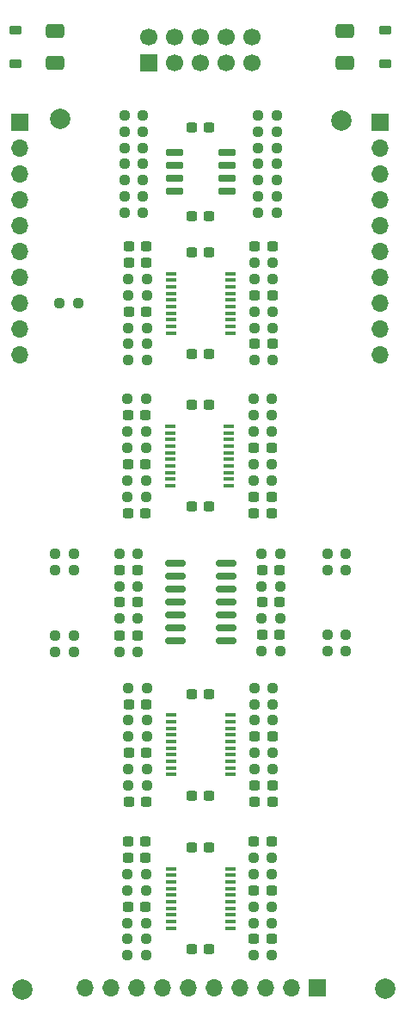
<source format=gbr>
%TF.GenerationSoftware,KiCad,Pcbnew,7.0.6*%
%TF.CreationDate,2023-07-24T12:21:57+01:00*%
%TF.ProjectId,Hypersoniq_Components,48797065-7273-46f6-9e69-715f436f6d70,rev?*%
%TF.SameCoordinates,Original*%
%TF.FileFunction,Soldermask,Top*%
%TF.FilePolarity,Negative*%
%FSLAX46Y46*%
G04 Gerber Fmt 4.6, Leading zero omitted, Abs format (unit mm)*
G04 Created by KiCad (PCBNEW 7.0.6) date 2023-07-24 12:21:57*
%MOMM*%
%LPD*%
G01*
G04 APERTURE LIST*
G04 Aperture macros list*
%AMRoundRect*
0 Rectangle with rounded corners*
0 $1 Rounding radius*
0 $2 $3 $4 $5 $6 $7 $8 $9 X,Y pos of 4 corners*
0 Add a 4 corners polygon primitive as box body*
4,1,4,$2,$3,$4,$5,$6,$7,$8,$9,$2,$3,0*
0 Add four circle primitives for the rounded corners*
1,1,$1+$1,$2,$3*
1,1,$1+$1,$4,$5*
1,1,$1+$1,$6,$7*
1,1,$1+$1,$8,$9*
0 Add four rect primitives between the rounded corners*
20,1,$1+$1,$2,$3,$4,$5,0*
20,1,$1+$1,$4,$5,$6,$7,0*
20,1,$1+$1,$6,$7,$8,$9,0*
20,1,$1+$1,$8,$9,$2,$3,0*%
G04 Aperture macros list end*
%ADD10RoundRect,0.250000X0.650000X-0.412500X0.650000X0.412500X-0.650000X0.412500X-0.650000X-0.412500X0*%
%ADD11RoundRect,0.237500X0.300000X0.237500X-0.300000X0.237500X-0.300000X-0.237500X0.300000X-0.237500X0*%
%ADD12RoundRect,0.237500X-0.250000X-0.237500X0.250000X-0.237500X0.250000X0.237500X-0.250000X0.237500X0*%
%ADD13RoundRect,0.237500X0.250000X0.237500X-0.250000X0.237500X-0.250000X-0.237500X0.250000X-0.237500X0*%
%ADD14R,1.000000X0.400000*%
%ADD15RoundRect,0.225000X0.375000X-0.225000X0.375000X0.225000X-0.375000X0.225000X-0.375000X-0.225000X0*%
%ADD16RoundRect,0.237500X-0.300000X-0.237500X0.300000X-0.237500X0.300000X0.237500X-0.300000X0.237500X0*%
%ADD17R,1.700000X1.700000*%
%ADD18C,1.700000*%
%ADD19C,2.000000*%
%ADD20RoundRect,0.150000X-0.825000X-0.150000X0.825000X-0.150000X0.825000X0.150000X-0.825000X0.150000X0*%
%ADD21RoundRect,0.225000X-0.375000X0.225000X-0.375000X-0.225000X0.375000X-0.225000X0.375000X0.225000X0*%
%ADD22RoundRect,0.150000X0.725000X0.150000X-0.725000X0.150000X-0.725000X-0.150000X0.725000X-0.150000X0*%
%ADD23O,1.700000X1.700000*%
G04 APERTURE END LIST*
D10*
%TO.C,C2*%
X55900000Y-56962500D03*
X55900000Y-53837500D03*
%TD*%
%TO.C,C1*%
X84400000Y-56962500D03*
X84400000Y-53837500D03*
%TD*%
D11*
%TO.C,C11*%
X71062500Y-85600000D03*
X69337500Y-85600000D03*
%TD*%
D12*
%TO.C,R1*%
X56287500Y-80600000D03*
X58112500Y-80600000D03*
%TD*%
D13*
%TO.C,R51*%
X64812500Y-136700000D03*
X62987500Y-136700000D03*
%TD*%
D14*
%TO.C,U2*%
X67300000Y-77675000D03*
X67300000Y-78325000D03*
X67300000Y-78975000D03*
X67300000Y-79625000D03*
X67300000Y-80275000D03*
X67300000Y-80925000D03*
X67300000Y-81575000D03*
X67300000Y-82225000D03*
X67300000Y-82875000D03*
X67300000Y-83525000D03*
X73100000Y-83525000D03*
X73100000Y-82875000D03*
X73100000Y-82225000D03*
X73100000Y-81575000D03*
X73100000Y-80925000D03*
X73100000Y-80275000D03*
X73100000Y-79625000D03*
X73100000Y-78975000D03*
X73100000Y-78325000D03*
X73100000Y-77675000D03*
%TD*%
D15*
%TO.C,D1*%
X88400000Y-57050000D03*
X88400000Y-53750000D03*
%TD*%
D14*
%TO.C,U3*%
X73000000Y-98525000D03*
X73000000Y-97875000D03*
X73000000Y-97225000D03*
X73000000Y-96575000D03*
X73000000Y-95925000D03*
X73000000Y-95275000D03*
X73000000Y-94625000D03*
X73000000Y-93975000D03*
X73000000Y-93325000D03*
X73000000Y-92675000D03*
X67200000Y-92675000D03*
X67200000Y-93325000D03*
X67200000Y-93975000D03*
X67200000Y-94625000D03*
X67200000Y-95275000D03*
X67200000Y-95925000D03*
X67200000Y-96575000D03*
X67200000Y-97225000D03*
X67200000Y-97875000D03*
X67200000Y-98525000D03*
%TD*%
D13*
%TO.C,R38*%
X64912500Y-126400000D03*
X63087500Y-126400000D03*
%TD*%
%TO.C,R67*%
X64512500Y-65300000D03*
X62687500Y-65300000D03*
%TD*%
D16*
%TO.C,C7*%
X63137500Y-81400000D03*
X64862500Y-81400000D03*
%TD*%
D13*
%TO.C,R64*%
X77712500Y-70100000D03*
X75887500Y-70100000D03*
%TD*%
%TO.C,R60*%
X77712500Y-66900000D03*
X75887500Y-66900000D03*
%TD*%
D17*
%TO.C,J4*%
X65100000Y-57000000D03*
D18*
X65100000Y-54460000D03*
X67640000Y-57000000D03*
X67640000Y-54460000D03*
X70180000Y-57000000D03*
X70180000Y-54460000D03*
X72720000Y-57000000D03*
X72720000Y-54460000D03*
X75260000Y-57000000D03*
X75260000Y-54460000D03*
%TD*%
D11*
%TO.C,C6*%
X77262500Y-84600000D03*
X75537500Y-84600000D03*
%TD*%
D16*
%TO.C,C4*%
X76237500Y-110000000D03*
X77962500Y-110000000D03*
%TD*%
D11*
%TO.C,C25*%
X77262500Y-123200000D03*
X75537500Y-123200000D03*
%TD*%
D16*
%TO.C,C34*%
X63037500Y-139900000D03*
X64762500Y-139900000D03*
%TD*%
D13*
%TO.C,R35*%
X64912500Y-121600000D03*
X63087500Y-121600000D03*
%TD*%
D12*
%TO.C,R12*%
X75487500Y-86200000D03*
X77312500Y-86200000D03*
%TD*%
D13*
%TO.C,R57*%
X57712500Y-113300000D03*
X55887500Y-113300000D03*
%TD*%
D12*
%TO.C,R6*%
X75487500Y-76600000D03*
X77312500Y-76600000D03*
%TD*%
D11*
%TO.C,C17*%
X77162500Y-99600000D03*
X75437500Y-99600000D03*
%TD*%
%TO.C,C19*%
X64762500Y-96400000D03*
X63037500Y-96400000D03*
%TD*%
D16*
%TO.C,C8*%
X63137500Y-76600000D03*
X64862500Y-76600000D03*
%TD*%
D12*
%TO.C,R2*%
X75887500Y-62100000D03*
X77712500Y-62100000D03*
%TD*%
%TO.C,R31*%
X76187500Y-105200000D03*
X78012500Y-105200000D03*
%TD*%
%TO.C,R61*%
X75887500Y-63700000D03*
X77712500Y-63700000D03*
%TD*%
D13*
%TO.C,R5*%
X64912500Y-79800000D03*
X63087500Y-79800000D03*
%TD*%
%TO.C,R40*%
X64912500Y-118400000D03*
X63087500Y-118400000D03*
%TD*%
D11*
%TO.C,C39*%
X71062500Y-134100000D03*
X69337500Y-134100000D03*
%TD*%
D16*
%TO.C,C29*%
X69337500Y-119000000D03*
X71062500Y-119000000D03*
%TD*%
D13*
%TO.C,R47*%
X64812500Y-138300000D03*
X62987500Y-138300000D03*
%TD*%
D12*
%TO.C,R42*%
X82687500Y-114800000D03*
X84512500Y-114800000D03*
%TD*%
D16*
%TO.C,C24*%
X63137500Y-120000000D03*
X64862500Y-120000000D03*
%TD*%
%TO.C,C37*%
X75437500Y-138300000D03*
X77162500Y-138300000D03*
%TD*%
D11*
%TO.C,C27*%
X64862500Y-129600000D03*
X63137500Y-129600000D03*
%TD*%
D12*
%TO.C,R28*%
X82687500Y-105200000D03*
X84512500Y-105200000D03*
%TD*%
D16*
%TO.C,C15*%
X63037500Y-91600000D03*
X64762500Y-91600000D03*
%TD*%
D12*
%TO.C,R44*%
X76187500Y-111600000D03*
X78012500Y-111600000D03*
%TD*%
D13*
%TO.C,R20*%
X64812500Y-99600000D03*
X62987500Y-99600000D03*
%TD*%
D12*
%TO.C,R25*%
X62987500Y-94800000D03*
X64812500Y-94800000D03*
%TD*%
D11*
%TO.C,C31*%
X77962500Y-113200000D03*
X76237500Y-113200000D03*
%TD*%
D13*
%TO.C,R9*%
X64912500Y-78200000D03*
X63087500Y-78200000D03*
%TD*%
D11*
%TO.C,C16*%
X77162500Y-94800000D03*
X75437500Y-94800000D03*
%TD*%
D13*
%TO.C,R13*%
X64912500Y-84600000D03*
X63087500Y-84600000D03*
%TD*%
D12*
%TO.C,R48*%
X75387500Y-135100000D03*
X77212500Y-135100000D03*
%TD*%
D13*
%TO.C,R16*%
X64012500Y-108400000D03*
X62187500Y-108400000D03*
%TD*%
D19*
%TO.C,TP2*%
X56400000Y-62500000D03*
%TD*%
D12*
%TO.C,R52*%
X75387500Y-136700000D03*
X77212500Y-136700000D03*
%TD*%
D13*
%TO.C,R21*%
X64812500Y-93200000D03*
X62987500Y-93200000D03*
%TD*%
D20*
%TO.C,U1*%
X67725000Y-106190000D03*
X67725000Y-107460000D03*
X67725000Y-108730000D03*
X67725000Y-110000000D03*
X67725000Y-111270000D03*
X67725000Y-112540000D03*
X67725000Y-113810000D03*
X72675000Y-113810000D03*
X72675000Y-112540000D03*
X72675000Y-111270000D03*
X72675000Y-110000000D03*
X72675000Y-108730000D03*
X72675000Y-107460000D03*
X72675000Y-106190000D03*
%TD*%
D13*
%TO.C,R34*%
X64912500Y-128000000D03*
X63087500Y-128000000D03*
%TD*%
D21*
%TO.C,D2*%
X52000000Y-53750000D03*
X52000000Y-57050000D03*
%TD*%
D13*
%TO.C,R11*%
X77312500Y-81400000D03*
X75487500Y-81400000D03*
%TD*%
%TO.C,R15*%
X57712500Y-106800000D03*
X55887500Y-106800000D03*
%TD*%
%TO.C,R24*%
X64812500Y-98000000D03*
X62987500Y-98000000D03*
%TD*%
%TO.C,R53*%
X77212500Y-139900000D03*
X75387500Y-139900000D03*
%TD*%
D16*
%TO.C,C14*%
X75437500Y-101200000D03*
X77162500Y-101200000D03*
%TD*%
%TO.C,C20*%
X69337500Y-90600000D03*
X71062500Y-90600000D03*
%TD*%
%TO.C,C42*%
X69337500Y-72000000D03*
X71062500Y-72000000D03*
%TD*%
D13*
%TO.C,R59*%
X64012500Y-114900000D03*
X62187500Y-114900000D03*
%TD*%
%TO.C,R36*%
X77312500Y-121600000D03*
X75487500Y-121600000D03*
%TD*%
D11*
%TO.C,C32*%
X64762500Y-133500000D03*
X63037500Y-133500000D03*
%TD*%
D13*
%TO.C,R46*%
X64812500Y-144700000D03*
X62987500Y-144700000D03*
%TD*%
D16*
%TO.C,C30*%
X69337500Y-129000000D03*
X71062500Y-129000000D03*
%TD*%
D12*
%TO.C,R50*%
X62987500Y-141500000D03*
X64812500Y-141500000D03*
%TD*%
D11*
%TO.C,C38*%
X71062500Y-144100000D03*
X69337500Y-144100000D03*
%TD*%
D16*
%TO.C,C36*%
X75437500Y-133500000D03*
X77162500Y-133500000D03*
%TD*%
D13*
%TO.C,R68*%
X64512500Y-66900000D03*
X62687500Y-66900000D03*
%TD*%
D12*
%TO.C,R10*%
X75487500Y-78200000D03*
X77312500Y-78200000D03*
%TD*%
D13*
%TO.C,R66*%
X64512500Y-63700000D03*
X62687500Y-63700000D03*
%TD*%
D12*
%TO.C,R54*%
X75387500Y-144700000D03*
X77212500Y-144700000D03*
%TD*%
D11*
%TO.C,C3*%
X63962500Y-110000000D03*
X62237500Y-110000000D03*
%TD*%
D12*
%TO.C,R32*%
X75487500Y-118400000D03*
X77312500Y-118400000D03*
%TD*%
D16*
%TO.C,C23*%
X75537500Y-129600000D03*
X77262500Y-129600000D03*
%TD*%
D13*
%TO.C,R22*%
X77212500Y-93200000D03*
X75387500Y-93200000D03*
%TD*%
D12*
%TO.C,R23*%
X75387500Y-98000000D03*
X77212500Y-98000000D03*
%TD*%
%TO.C,R41*%
X75487500Y-120000000D03*
X77312500Y-120000000D03*
%TD*%
D19*
%TO.C,TP4*%
X52650000Y-148050000D03*
%TD*%
D13*
%TO.C,R58*%
X64012500Y-111600000D03*
X62187500Y-111600000D03*
%TD*%
D12*
%TO.C,R3*%
X62687500Y-62100000D03*
X64512500Y-62100000D03*
%TD*%
%TO.C,R37*%
X75487500Y-126400000D03*
X77312500Y-126400000D03*
%TD*%
D11*
%TO.C,C28*%
X64862500Y-124800000D03*
X63137500Y-124800000D03*
%TD*%
D13*
%TO.C,R17*%
X64012500Y-105200000D03*
X62187500Y-105200000D03*
%TD*%
D12*
%TO.C,R27*%
X75387500Y-91600000D03*
X77212500Y-91600000D03*
%TD*%
D11*
%TO.C,C18*%
X64762500Y-101200000D03*
X63037500Y-101200000D03*
%TD*%
D12*
%TO.C,R39*%
X63087500Y-123200000D03*
X64912500Y-123200000D03*
%TD*%
D16*
%TO.C,C21*%
X69337500Y-100600000D03*
X71062500Y-100600000D03*
%TD*%
D12*
%TO.C,R29*%
X82687500Y-106800000D03*
X84512500Y-106800000D03*
%TD*%
D16*
%TO.C,C9*%
X75537500Y-75000000D03*
X77262500Y-75000000D03*
%TD*%
D13*
%TO.C,R4*%
X64912500Y-86200000D03*
X63087500Y-86200000D03*
%TD*%
%TO.C,R55*%
X64812500Y-143100000D03*
X62987500Y-143100000D03*
%TD*%
D11*
%TO.C,C12*%
X71062500Y-75600000D03*
X69337500Y-75600000D03*
%TD*%
D13*
%TO.C,R56*%
X57712500Y-114900000D03*
X55887500Y-114900000D03*
%TD*%
%TO.C,R71*%
X64512500Y-71700000D03*
X62687500Y-71700000D03*
%TD*%
D11*
%TO.C,C5*%
X64862500Y-75000000D03*
X63137500Y-75000000D03*
%TD*%
D13*
%TO.C,R69*%
X64512500Y-68500000D03*
X62687500Y-68500000D03*
%TD*%
%TO.C,R14*%
X57712500Y-105200000D03*
X55887500Y-105200000D03*
%TD*%
D12*
%TO.C,R19*%
X75387500Y-96400000D03*
X77212500Y-96400000D03*
%TD*%
D11*
%TO.C,C41*%
X71062500Y-63300000D03*
X69337500Y-63300000D03*
%TD*%
D13*
%TO.C,R26*%
X64812500Y-90000000D03*
X62987500Y-90000000D03*
%TD*%
D12*
%TO.C,R33*%
X75487500Y-124800000D03*
X77312500Y-124800000D03*
%TD*%
%TO.C,R30*%
X76187500Y-108400000D03*
X78012500Y-108400000D03*
%TD*%
%TO.C,R70*%
X62687500Y-70100000D03*
X64512500Y-70100000D03*
%TD*%
D16*
%TO.C,C40*%
X62237500Y-113300000D03*
X63962500Y-113300000D03*
%TD*%
D12*
%TO.C,R7*%
X75487500Y-83000000D03*
X77312500Y-83000000D03*
%TD*%
D19*
%TO.C,TP1*%
X84100000Y-62600000D03*
%TD*%
D22*
%TO.C,U6*%
X72775000Y-69605000D03*
X72775000Y-68335000D03*
X72775000Y-67065000D03*
X72775000Y-65795000D03*
X67625000Y-65795000D03*
X67625000Y-67065000D03*
X67625000Y-68335000D03*
X67625000Y-69605000D03*
%TD*%
D12*
%TO.C,R45*%
X76187500Y-114800000D03*
X78012500Y-114800000D03*
%TD*%
D11*
%TO.C,C22*%
X77962500Y-106800000D03*
X76237500Y-106800000D03*
%TD*%
D12*
%TO.C,R62*%
X75887500Y-68500000D03*
X77712500Y-68500000D03*
%TD*%
D16*
%TO.C,C35*%
X63037500Y-135100000D03*
X64762500Y-135100000D03*
%TD*%
D11*
%TO.C,C26*%
X77262500Y-128000000D03*
X75537500Y-128000000D03*
%TD*%
D12*
%TO.C,R63*%
X75887500Y-65300000D03*
X77712500Y-65300000D03*
%TD*%
%TO.C,R49*%
X75387500Y-141500000D03*
X77212500Y-141500000D03*
%TD*%
%TO.C,R8*%
X63087500Y-83000000D03*
X64912500Y-83000000D03*
%TD*%
D16*
%TO.C,C10*%
X75537500Y-79800000D03*
X77262500Y-79800000D03*
%TD*%
D14*
%TO.C,U4*%
X73100000Y-126925000D03*
X73100000Y-126275000D03*
X73100000Y-125625000D03*
X73100000Y-124975000D03*
X73100000Y-124325000D03*
X73100000Y-123675000D03*
X73100000Y-123025000D03*
X73100000Y-122375000D03*
X73100000Y-121725000D03*
X73100000Y-121075000D03*
X67300000Y-121075000D03*
X67300000Y-121725000D03*
X67300000Y-122375000D03*
X67300000Y-123025000D03*
X67300000Y-123675000D03*
X67300000Y-124325000D03*
X67300000Y-124975000D03*
X67300000Y-125625000D03*
X67300000Y-126275000D03*
X67300000Y-126925000D03*
%TD*%
D11*
%TO.C,C33*%
X77162500Y-143100000D03*
X75437500Y-143100000D03*
%TD*%
D16*
%TO.C,C13*%
X62237500Y-106800000D03*
X63962500Y-106800000D03*
%TD*%
D12*
%TO.C,R65*%
X75887500Y-71700000D03*
X77712500Y-71700000D03*
%TD*%
%TO.C,R43*%
X82687500Y-113200000D03*
X84512500Y-113200000D03*
%TD*%
%TO.C,R18*%
X75387500Y-90000000D03*
X77212500Y-90000000D03*
%TD*%
D14*
%TO.C,U5*%
X67300000Y-136175000D03*
X67300000Y-136825000D03*
X67300000Y-137475000D03*
X67300000Y-138125000D03*
X67300000Y-138775000D03*
X67300000Y-139425000D03*
X67300000Y-140075000D03*
X67300000Y-140725000D03*
X67300000Y-141375000D03*
X67300000Y-142025000D03*
X73100000Y-142025000D03*
X73100000Y-141375000D03*
X73100000Y-140725000D03*
X73100000Y-140075000D03*
X73100000Y-139425000D03*
X73100000Y-138775000D03*
X73100000Y-138125000D03*
X73100000Y-137475000D03*
X73100000Y-136825000D03*
X73100000Y-136175000D03*
%TD*%
D19*
%TO.C,TP3*%
X88400000Y-148000000D03*
%TD*%
D17*
%TO.C,J3*%
X81650000Y-147900000D03*
D23*
X79110000Y-147900000D03*
X76570000Y-147900000D03*
X74030000Y-147900000D03*
X71490000Y-147900000D03*
X68950000Y-147900000D03*
X66410000Y-147900000D03*
X63870000Y-147900000D03*
X61330000Y-147900000D03*
X58790000Y-147900000D03*
%TD*%
D17*
%TO.C,J1*%
X52400000Y-62800000D03*
D23*
X52400000Y-65340000D03*
X52400000Y-67880000D03*
X52400000Y-70420000D03*
X52400000Y-72960000D03*
X52400000Y-75500000D03*
X52400000Y-78040000D03*
X52400000Y-80580000D03*
X52400000Y-83120000D03*
X52400000Y-85660000D03*
%TD*%
D17*
%TO.C,J2*%
X87900000Y-62800000D03*
D23*
X87900000Y-65340000D03*
X87900000Y-67880000D03*
X87900000Y-70420000D03*
X87900000Y-72960000D03*
X87900000Y-75500000D03*
X87900000Y-78040000D03*
X87900000Y-80580000D03*
X87900000Y-83120000D03*
X87900000Y-85660000D03*
%TD*%
M02*

</source>
